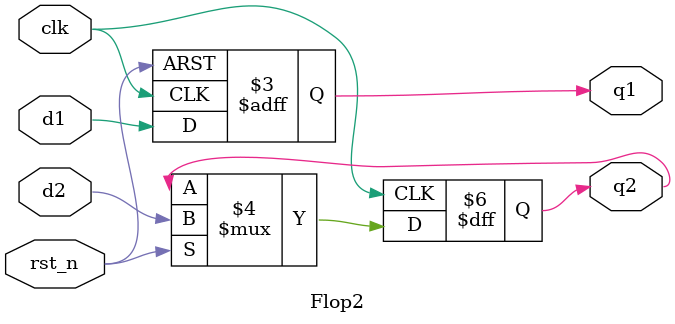
<source format=sv>
module mac(clk, rst_n, a, b, of, uf, clr_n, acc);
// Inputs
input signed [7:0] a, b;
input clk, rst_n, clr_n;
// Outputs
output of, uf;
output signed [15:0] acc;

// Wires
wire signed [15:0] mult, addOut, acc_nxt;
wire of_nxt, uf_nxt;

// Multiplier
assign mult = a * b;
// Adder
assign addOut = mult + acc;
// Next overflow and underflow
assign of_nxt = (mult[15] == 0 && acc[15] == 0 && addOut[15] == 1) ? 1 : 0;
assign uf_nxt = (mult[15] == 1 && acc[15] == 1 && addOut[15] == 0) ? 1 : 0;
assign acc_nxt = (clr_n == 1) ? addOut : 16'h00;

// Acc flop
Flop1 F1(clk, rst_n, acc_nxt, acc);
// Overflow and underflow flop
Flop2 F2(clk, rst_n, of_nxt, uf_nxt, of, uf);

endmodule

// Single Flip flop
module Flop1(clk, rst_n, d, q);
input clk, rst_n;
input [15:0] d;
output reg [15:0] q;

always@(posedge clk, negedge rst_n) begin
  if(!rst_n)
    q <= 16'h00;
  else
    q <= d;
end
endmodule

// Double input flip flop
module Flop2(clk, rst_n, d1, d2, q1, q2);
input clk, rst_n;
input d1, d2;
output reg q1, q2;

always@(posedge clk, negedge rst_n) begin
  if(!rst_n) begin
    q1 <= 16'h00;
    q1 <= 16'h00;
  end
  else begin
    q1 <= d1;
    q2 <= d2;
  end
end
endmodule

</source>
